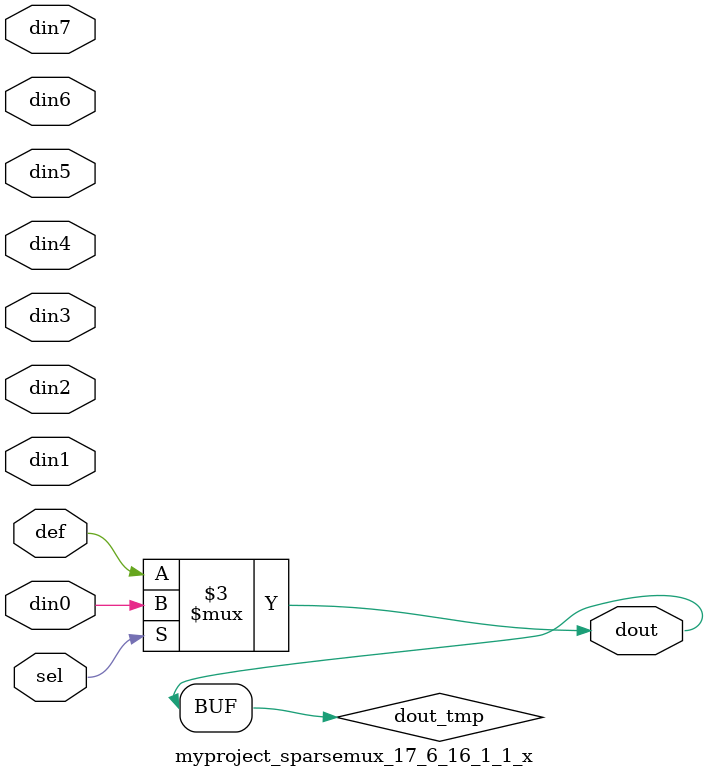
<source format=v>
`timescale 1ns / 1ps

module myproject_sparsemux_17_6_16_1_1_x (din0,din1,din2,din3,din4,din5,din6,din7,def,sel,dout);

parameter din0_WIDTH = 1;

parameter din1_WIDTH = 1;

parameter din2_WIDTH = 1;

parameter din3_WIDTH = 1;

parameter din4_WIDTH = 1;

parameter din5_WIDTH = 1;

parameter din6_WIDTH = 1;

parameter din7_WIDTH = 1;

parameter def_WIDTH = 1;
parameter sel_WIDTH = 1;
parameter dout_WIDTH = 1;

parameter [sel_WIDTH-1:0] CASE0 = 1;

parameter [sel_WIDTH-1:0] CASE1 = 1;

parameter [sel_WIDTH-1:0] CASE2 = 1;

parameter [sel_WIDTH-1:0] CASE3 = 1;

parameter [sel_WIDTH-1:0] CASE4 = 1;

parameter [sel_WIDTH-1:0] CASE5 = 1;

parameter [sel_WIDTH-1:0] CASE6 = 1;

parameter [sel_WIDTH-1:0] CASE7 = 1;

parameter ID = 1;
parameter NUM_STAGE = 1;



input [din0_WIDTH-1:0] din0;

input [din1_WIDTH-1:0] din1;

input [din2_WIDTH-1:0] din2;

input [din3_WIDTH-1:0] din3;

input [din4_WIDTH-1:0] din4;

input [din5_WIDTH-1:0] din5;

input [din6_WIDTH-1:0] din6;

input [din7_WIDTH-1:0] din7;

input [def_WIDTH-1:0] def;
input [sel_WIDTH-1:0] sel;

output [dout_WIDTH-1:0] dout;



reg [dout_WIDTH-1:0] dout_tmp;

always @ (*) begin
case (sel)
    
    CASE0 : dout_tmp = din0;
    
    CASE1 : dout_tmp = din1;
    
    CASE2 : dout_tmp = din2;
    
    CASE3 : dout_tmp = din3;
    
    CASE4 : dout_tmp = din4;
    
    CASE5 : dout_tmp = din5;
    
    CASE6 : dout_tmp = din6;
    
    CASE7 : dout_tmp = din7;
    
    default : dout_tmp = def;
endcase
end


assign dout = dout_tmp;



endmodule

</source>
